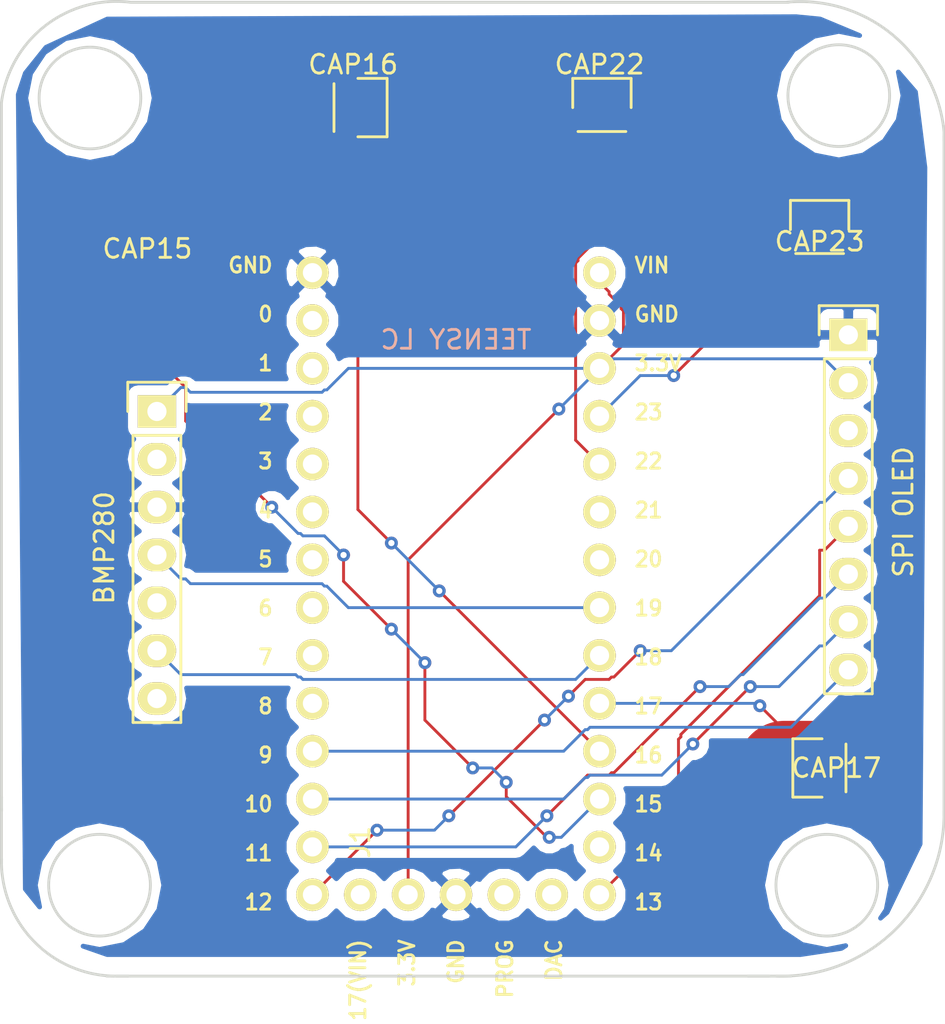
<source format=kicad_pcb>
(kicad_pcb (version 4) (host pcbnew 4.0.2-1.fc23-product)

  (general
    (links 20)
    (no_connects 0)
    (area 78.663676 58.170559 178.510001 123.265001)
    (thickness 1.6)
    (drawings 38)
    (tracks 147)
    (zones 0)
    (modules 8)
    (nets 34)
  )

  (page A4)
  (title_block
    (company "This design uses a KiCad DIP template created by Jenner at Wickerbox Electronics")
    (comment 1 "Released under the CERN Open Hardware License v1.2")
  )

  (layers
    (0 F.Cu signal)
    (31 B.Cu signal)
    (34 B.Paste user hide)
    (35 F.Paste user hide)
    (36 B.SilkS user)
    (37 F.SilkS user)
    (38 B.Mask user)
    (39 F.Mask user)
    (44 Edge.Cuts user)
    (46 B.CrtYd user hide)
    (47 F.CrtYd user hide)
    (48 B.Fab user hide)
    (49 F.Fab user hide)
  )

  (setup
    (last_trace_width 0.254)
    (user_trace_width 0.1524)
    (user_trace_width 0.254)
    (user_trace_width 0.3302)
    (user_trace_width 0.508)
    (user_trace_width 0.762)
    (user_trace_width 1.27)
    (trace_clearance 0.254)
    (zone_clearance 0.508)
    (zone_45_only no)
    (trace_min 0.1524)
    (segment_width 0.15)
    (edge_width 0.15)
    (via_size 0.6858)
    (via_drill 0.3302)
    (via_min_size 0.6858)
    (via_min_drill 0.3302)
    (user_via 0.6858 0.3302)
    (user_via 0.762 0.4064)
    (user_via 0.8636 0.508)
    (uvia_size 0.6858)
    (uvia_drill 0.3302)
    (uvias_allowed no)
    (uvia_min_size 0)
    (uvia_min_drill 0)
    (pcb_text_width 0.1524)
    (pcb_text_size 0.762 0.762)
    (mod_edge_width 0.15)
    (mod_text_size 0.762 0.762)
    (mod_text_width 0.1524)
    (pad_size 6 5)
    (pad_drill 0)
    (pad_to_mask_clearance 0.0762)
    (solder_mask_min_width 0.1016)
    (aux_axis_origin 0 0)
    (visible_elements FFFFFF7F)
    (pcbplotparams
      (layerselection 0x010fc_80000001)
      (usegerberextensions true)
      (excludeedgelayer true)
      (linewidth 0.100000)
      (plotframeref false)
      (viasonmask false)
      (mode 1)
      (useauxorigin false)
      (hpglpennumber 1)
      (hpglpenspeed 20)
      (hpglpendiameter 15)
      (hpglpenoverlay 2)
      (psnegative false)
      (psa4output false)
      (plotreference true)
      (plotvalue true)
      (plotinvisibletext false)
      (padsonsilk false)
      (subtractmaskfromsilk false)
      (outputformat 1)
      (mirror false)
      (drillshape 0)
      (scaleselection 1)
      (outputdirectory test-board-gerbers))
  )

  (net 0 "")
  (net 1 GND)
  (net 2 /D15)
  (net 3 /D0)
  (net 4 /D1)
  (net 5 /D2)
  (net 6 /D3)
  (net 7 /D4)
  (net 8 /D5)
  (net 9 /D6)
  (net 10 /D7)
  (net 11 /D8)
  (net 12 OLED_DATA)
  (net 13 OLED_CLK)
  (net 14 OLED_DC)
  (net 15 OLED_CS)
  (net 16 "/D17(VIN)")
  (net 17 VIN)
  (net 18 /PROG)
  (net 19 /DAC)
  (net 20 OLED_RST)
  (net 21 /D16)
  (net 22 BMP280_SDI)
  (net 23 /D17)
  (net 24 /D22)
  (net 25 /D21)
  (net 26 /D20)
  (net 27 BMP280_SCK)
  (net 28 /D23)
  (net 29 "Net-(J1-Pad14)")
  (net 30 "Net-(J6-Pad2)")
  (net 31 "Net-(J6-Pad5)")
  (net 32 "Net-(J6-Pad7)")
  (net 33 "Net-(J7-Pad3)")

  (net_class Default "This is the default net class."
    (clearance 0.254)
    (trace_width 0.254)
    (via_dia 0.6858)
    (via_drill 0.3302)
    (uvia_dia 0.6858)
    (uvia_drill 0.3302)
    (add_net /D0)
    (add_net /D1)
    (add_net /D15)
    (add_net /D16)
    (add_net /D17)
    (add_net "/D17(VIN)")
    (add_net /D2)
    (add_net /D20)
    (add_net /D21)
    (add_net /D22)
    (add_net /D23)
    (add_net /D3)
    (add_net /D4)
    (add_net /D5)
    (add_net /D6)
    (add_net /D7)
    (add_net /D8)
    (add_net /DAC)
    (add_net /PROG)
    (add_net BMP280_SCK)
    (add_net BMP280_SDI)
    (add_net GND)
    (add_net "Net-(J1-Pad14)")
    (add_net "Net-(J6-Pad2)")
    (add_net "Net-(J6-Pad5)")
    (add_net "Net-(J6-Pad7)")
    (add_net "Net-(J7-Pad3)")
    (add_net OLED_CLK)
    (add_net OLED_CS)
    (add_net OLED_DATA)
    (add_net OLED_DC)
    (add_net OLED_RST)
    (add_net VIN)
  )

  (module TEENSY-LC (layer F.Cu) (tedit 5737A410) (tstamp 57379F2D)
    (at 105.41 82.804)
    (path /5749FE2C)
    (fp_text reference J1 (at -7.62 20.066 270) (layer F.SilkS)
      (effects (font (size 1 1) (thickness 0.15)))
    )
    (fp_text value TEENSY-LC (at -2.54 20.32 180) (layer F.Fab)
      (effects (font (size 1 1) (thickness 0.15)))
    )
    (fp_text user "TEENSY LC" (at -2.54 -6.604 180) (layer B.SilkS)
      (effects (font (size 1 1) (thickness 0.15)) (justify mirror))
    )
    (fp_line (start -11.43 24.13) (end 6.35 24.13) (layer F.CrtYd) (width 0.1524))
    (fp_line (start -11.43 -11.43) (end -11.43 24.13) (layer F.CrtYd) (width 0.1524))
    (fp_line (start 6.35 -11.43) (end -11.43 -11.43) (layer F.CrtYd) (width 0.1524))
    (fp_line (start 6.35 24.13) (end 6.35 -11.43) (layer F.CrtYd) (width 0.1524))
    (pad G1 thru_hole circle (at -10.16 -10.16) (size 1.7272 1.7272) (drill 1.016) (layers *.Cu *.Mask F.SilkS)
      (net 1 GND))
    (pad 0 thru_hole circle (at -10.16 -7.62) (size 1.7272 1.7272) (drill 1.016) (layers *.Cu *.Mask F.SilkS)
      (net 3 /D0))
    (pad 1 thru_hole circle (at -10.16 -5.08) (size 1.7272 1.7272) (drill 1.016) (layers *.Cu *.Mask F.SilkS)
      (net 4 /D1))
    (pad 2 thru_hole circle (at -10.16 -2.54) (size 1.7272 1.7272) (drill 1.016) (layers *.Cu *.Mask F.SilkS)
      (net 5 /D2))
    (pad 3 thru_hole circle (at -10.16 0) (size 1.7272 1.7272) (drill 1.016) (layers *.Cu *.Mask F.SilkS)
      (net 6 /D3))
    (pad 4 thru_hole circle (at -10.16 2.54) (size 1.7272 1.7272) (drill 1.016) (layers *.Cu *.Mask F.SilkS)
      (net 7 /D4))
    (pad 5 thru_hole circle (at -10.16 5.08) (size 1.7272 1.7272) (drill 1.016) (layers *.Cu *.Mask F.SilkS)
      (net 8 /D5))
    (pad 6 thru_hole circle (at -10.16 7.62) (size 1.7272 1.7272) (drill 1.016) (layers *.Cu *.Mask F.SilkS)
      (net 9 /D6))
    (pad 7 thru_hole circle (at -10.16 10.16) (size 1.7272 1.7272) (drill 1.016) (layers *.Cu *.Mask F.SilkS)
      (net 10 /D7))
    (pad 8 thru_hole circle (at -10.16 12.7) (size 1.7272 1.7272) (drill 1.016) (layers *.Cu *.Mask F.SilkS)
      (net 11 /D8))
    (pad 9 thru_hole circle (at -10.16 15.24) (size 1.7272 1.7272) (drill 1.016) (layers *.Cu *.Mask F.SilkS)
      (net 12 OLED_DATA))
    (pad 10 thru_hole circle (at -10.16 17.78) (size 1.7272 1.7272) (drill 1.016) (layers *.Cu *.Mask F.SilkS)
      (net 13 OLED_CLK))
    (pad 11 thru_hole circle (at -10.16 20.32) (size 1.7272 1.7272) (drill 1.016) (layers *.Cu *.Mask F.SilkS)
      (net 14 OLED_DC))
    (pad 12 thru_hole circle (at -10.16 22.86) (size 1.7272 1.7272) (drill 1.016) (layers *.Cu *.Mask F.SilkS)
      (net 15 OLED_CS))
    (pad 17A thru_hole circle (at -7.62 22.86) (size 1.7272 1.7272) (drill 1.016) (layers *.Cu *.Mask F.SilkS)
      (net 16 "/D17(VIN)"))
    (pad 3V1 thru_hole circle (at -5.08 22.86) (size 1.7272 1.7272) (drill 1.016) (layers *.Cu *.Mask F.SilkS)
      (net 17 VIN))
    (pad G2 thru_hole circle (at -2.54 22.86) (size 1.7272 1.7272) (drill 1.016) (layers *.Cu *.Mask F.SilkS)
      (net 1 GND))
    (pad PGM thru_hole circle (at 0 22.86) (size 1.7272 1.7272) (drill 1.016) (layers *.Cu *.Mask F.SilkS)
      (net 18 /PROG))
    (pad DAC thru_hole circle (at 2.54 22.86) (size 1.7272 1.7272) (drill 1.016) (layers *.Cu *.Mask F.SilkS)
      (net 19 /DAC))
    (pad 13 thru_hole circle (at 5.08 22.86) (size 1.7272 1.7272) (drill 1.016) (layers *.Cu *.Mask F.SilkS)
      (net 20 OLED_RST))
    (pad 16 thru_hole circle (at 5.08 15.24) (size 1.7272 1.7272) (drill 1.016) (layers *.Cu *.Mask F.SilkS)
      (net 21 /D16))
    (pad 3V2 thru_hole circle (at 5.08 -5.08) (size 1.7272 1.7272) (drill 1.016) (layers *.Cu *.Mask F.SilkS)
      (net 17 VIN))
    (pad 18 thru_hole circle (at 5.08 10.16) (size 1.7272 1.7272) (drill 1.016) (layers *.Cu *.Mask F.SilkS)
      (net 22 BMP280_SDI))
    (pad 17 thru_hole circle (at 5.08 12.7) (size 1.7272 1.7272) (drill 1.016) (layers *.Cu *.Mask F.SilkS)
      (net 23 /D17))
    (pad G3 thru_hole circle (at 5.08 -7.62) (size 1.7272 1.7272) (drill 1.016) (layers *.Cu *.Mask F.SilkS)
      (net 1 GND))
    (pad 22 thru_hole circle (at 5.08 0) (size 1.7272 1.7272) (drill 1.016) (layers *.Cu *.Mask F.SilkS)
      (net 24 /D22))
    (pad VIN thru_hole circle (at 5.08 -10.16) (size 1.7272 1.7272) (drill 1.016) (layers *.Cu *.Mask F.SilkS)
      (net 17 VIN))
    (pad 21 thru_hole circle (at 5.08 2.54) (size 1.7272 1.7272) (drill 1.016) (layers *.Cu *.Mask F.SilkS)
      (net 25 /D21))
    (pad 20 thru_hole circle (at 5.08 5.08) (size 1.7272 1.7272) (drill 1.016) (layers *.Cu *.Mask F.SilkS)
      (net 26 /D20))
    (pad 19 thru_hole circle (at 5.08 7.62) (size 1.7272 1.7272) (drill 1.016) (layers *.Cu *.Mask F.SilkS)
      (net 27 BMP280_SCK))
    (pad 23 thru_hole circle (at 5.08 -2.54) (size 1.7272 1.7272) (drill 1.016) (layers *.Cu *.Mask F.SilkS)
      (net 28 /D23))
    (pad 14 thru_hole circle (at 5.08 20.32) (size 1.7272 1.7272) (drill 1.016) (layers *.Cu *.Mask F.SilkS)
      (net 29 "Net-(J1-Pad14)"))
    (pad 15 thru_hole circle (at 5.08 17.78) (size 1.7272 1.7272) (drill 1.016) (layers *.Cu *.Mask F.SilkS)
      (net 2 /D15))
  )

  (module Wickerlib:CAPSENSE_CIRCLE_D10 (layer F.Cu) (tedit 578EA6B6) (tstamp 578E9A29)
    (at 86.487 71.882)
    (path /578E86B3)
    (fp_text reference CAP15 (at 0 -0.508) (layer F.SilkS)
      (effects (font (size 1 1) (thickness 0.15)))
    )
    (fp_text value CAP15 (at 0.025 7.325) (layer F.Fab)
      (effects (font (size 1 1) (thickness 0.15)))
    )
    (pad 1 smd circle (at 0 0) (size 10.16 10.16) (layers F.Cu)
      (net 2 /D15) (clearance 0.508))
  )

  (module Wickerlib:Pin_Header_Straight_1x01 (layer F.Cu) (tedit 578EA8DE) (tstamp 578E9AF0)
    (at 122.174 70.358)
    (descr "Through hole pin header")
    (tags "pin header")
    (path /578EB682)
    (fp_text reference CAP23 (at 0 0.635) (layer F.SilkS)
      (effects (font (size 1 1) (thickness 0.15)))
    )
    (fp_text value CAP23 (at 0 -3.1) (layer F.Fab)
      (effects (font (size 1 1) (thickness 0.15)))
    )
    (fp_line (start 1.55 -1.55) (end 1.55 0) (layer F.SilkS) (width 0.15))
    (fp_line (start -1.75 -1.75) (end -1.75 1.75) (layer F.CrtYd) (width 0.05))
    (fp_line (start 1.75 -1.75) (end 1.75 1.75) (layer F.CrtYd) (width 0.05))
    (fp_line (start -1.75 -1.75) (end 1.75 -1.75) (layer F.CrtYd) (width 0.05))
    (fp_line (start -1.75 1.75) (end 1.75 1.75) (layer F.CrtYd) (width 0.05))
    (fp_line (start -1.55 0) (end -1.55 -1.55) (layer F.SilkS) (width 0.15))
    (fp_line (start -1.55 -1.55) (end 1.55 -1.55) (layer F.SilkS) (width 0.15))
    (fp_line (start -1.27 1.27) (end 1.27 1.27) (layer F.SilkS) (width 0.15))
    (pad 1 smd oval (at 0 0) (size 9 5) (layers F.Cu F.Paste F.Mask)
      (net 28 /D23))
    (model Pin_Headers.3dshapes/Pin_Header_Straight_1x01.wrl
      (at (xyz 0 0 0))
      (scale (xyz 1 1 1))
      (rotate (xyz 0 0 90))
    )
  )

  (module Wickerlib:Pin_Header_Straight_1x01 (layer F.Cu) (tedit 578EA7DD) (tstamp 578E9AF5)
    (at 110.617 63.881)
    (descr "Through hole pin header")
    (tags "pin header")
    (path /578EB60C)
    (fp_text reference CAP22 (at -0.127 -2.286) (layer F.SilkS)
      (effects (font (size 1 1) (thickness 0.15)))
    )
    (fp_text value CAP22 (at 0 -3.1) (layer F.Fab)
      (effects (font (size 1 1) (thickness 0.15)))
    )
    (fp_line (start 1.55 -1.55) (end 1.55 0) (layer F.SilkS) (width 0.15))
    (fp_line (start -1.75 -1.75) (end -1.75 1.75) (layer F.CrtYd) (width 0.05))
    (fp_line (start 1.75 -1.75) (end 1.75 1.75) (layer F.CrtYd) (width 0.05))
    (fp_line (start -1.75 -1.75) (end 1.75 -1.75) (layer F.CrtYd) (width 0.05))
    (fp_line (start -1.75 1.75) (end 1.75 1.75) (layer F.CrtYd) (width 0.05))
    (fp_line (start -1.55 0) (end -1.55 -1.55) (layer F.SilkS) (width 0.15))
    (fp_line (start -1.55 -1.55) (end 1.55 -1.55) (layer F.SilkS) (width 0.15))
    (fp_line (start -1.27 1.27) (end 1.27 1.27) (layer F.SilkS) (width 0.15))
    (pad 1 smd rect (at 0 0) (size 8 6) (layers F.Cu)
      (net 24 /D22))
    (model Pin_Headers.3dshapes/Pin_Header_Straight_1x01.wrl
      (at (xyz 0 0 0))
      (scale (xyz 1 1 1))
      (rotate (xyz 0 0 90))
    )
  )

  (module Wickerlib:Pin_Header_Straight_1x01 (layer F.Cu) (tedit 578EA8C6) (tstamp 578E9AFA)
    (at 122.301 98.933 90)
    (descr "Through hole pin header")
    (tags "pin header")
    (path /578EB32F)
    (fp_text reference CAP17 (at 0 0.762 180) (layer F.SilkS)
      (effects (font (size 1 1) (thickness 0.15)))
    )
    (fp_text value CAP17 (at 0 -3.1 90) (layer F.Fab)
      (effects (font (size 1 1) (thickness 0.15)))
    )
    (fp_line (start 1.55 -1.55) (end 1.55 0) (layer F.SilkS) (width 0.15))
    (fp_line (start -1.75 -1.75) (end -1.75 1.75) (layer F.CrtYd) (width 0.05))
    (fp_line (start 1.75 -1.75) (end 1.75 1.75) (layer F.CrtYd) (width 0.05))
    (fp_line (start -1.75 -1.75) (end 1.75 -1.75) (layer F.CrtYd) (width 0.05))
    (fp_line (start -1.75 1.75) (end 1.75 1.75) (layer F.CrtYd) (width 0.05))
    (fp_line (start -1.55 0) (end -1.55 -1.55) (layer F.SilkS) (width 0.15))
    (fp_line (start -1.55 -1.55) (end 1.55 -1.55) (layer F.SilkS) (width 0.15))
    (fp_line (start -1.27 1.27) (end 1.27 1.27) (layer F.SilkS) (width 0.15))
    (pad 1 smd oval (at 0 0 90) (size 5 9) (layers F.Cu F.Paste F.Mask)
      (net 23 /D17))
    (model Pin_Headers.3dshapes/Pin_Header_Straight_1x01.wrl
      (at (xyz 0 0 0))
      (scale (xyz 1 1 1))
      (rotate (xyz 0 0 90))
    )
  )

  (module Wickerlib:Pin_Header_Straight_1x01 (layer F.Cu) (tedit 578EA91A) (tstamp 578E9AFF)
    (at 97.663 63.881 270)
    (descr "Through hole pin header")
    (tags "pin header")
    (path /578E9189)
    (fp_text reference CAP16 (at -2.286 0.254 360) (layer F.SilkS)
      (effects (font (size 1 1) (thickness 0.15)))
    )
    (fp_text value CAP16 (at 0 -3.1 270) (layer F.Fab)
      (effects (font (size 1 1) (thickness 0.15)))
    )
    (fp_line (start 1.55 -1.55) (end 1.55 0) (layer F.SilkS) (width 0.15))
    (fp_line (start -1.75 -1.75) (end -1.75 1.75) (layer F.CrtYd) (width 0.05))
    (fp_line (start 1.75 -1.75) (end 1.75 1.75) (layer F.CrtYd) (width 0.05))
    (fp_line (start -1.75 -1.75) (end 1.75 -1.75) (layer F.CrtYd) (width 0.05))
    (fp_line (start -1.75 1.75) (end 1.75 1.75) (layer F.CrtYd) (width 0.05))
    (fp_line (start -1.55 0) (end -1.55 -1.55) (layer F.SilkS) (width 0.15))
    (fp_line (start -1.55 -1.55) (end 1.55 -1.55) (layer F.SilkS) (width 0.15))
    (fp_line (start -1.27 1.27) (end 1.27 1.27) (layer F.SilkS) (width 0.15))
    (pad 1 smd trapezoid (at 0 0 270) (size 6 5) (rect_delta 4 0 ) (layers F.Cu)
      (net 21 /D16))
    (model Pin_Headers.3dshapes/Pin_Header_Straight_1x01.wrl
      (at (xyz 0 0 0))
      (scale (xyz 1 1 1))
      (rotate (xyz 0 0 90))
    )
  )

  (module Wickerlib:Pin_Header_Straight_1x07 (layer F.Cu) (tedit 578EA606) (tstamp 578E9B0A)
    (at 86.995 80.01)
    (descr "Through hole pin header")
    (tags "pin header")
    (path /578E9735)
    (fp_text reference BMP280 (at -2.794 7.239 270) (layer F.SilkS)
      (effects (font (size 1 1) (thickness 0.15)))
    )
    (fp_text value I2C_BMP280 (at 0 -3.1) (layer F.Fab)
      (effects (font (size 1 1) (thickness 0.15)))
    )
    (fp_line (start -1.75 -1.75) (end -1.75 17) (layer F.CrtYd) (width 0.05))
    (fp_line (start 1.75 -1.75) (end 1.75 17) (layer F.CrtYd) (width 0.05))
    (fp_line (start -1.75 -1.75) (end 1.75 -1.75) (layer F.CrtYd) (width 0.05))
    (fp_line (start -1.75 17) (end 1.75 17) (layer F.CrtYd) (width 0.05))
    (fp_line (start 1.27 1.27) (end 1.27 16.51) (layer F.SilkS) (width 0.15))
    (fp_line (start 1.27 16.51) (end -1.27 16.51) (layer F.SilkS) (width 0.15))
    (fp_line (start -1.27 16.51) (end -1.27 1.27) (layer F.SilkS) (width 0.15))
    (fp_line (start 1.55 -1.55) (end 1.55 0) (layer F.SilkS) (width 0.15))
    (fp_line (start 1.27 1.27) (end -1.27 1.27) (layer F.SilkS) (width 0.15))
    (fp_line (start -1.55 0) (end -1.55 -1.55) (layer F.SilkS) (width 0.15))
    (fp_line (start -1.55 -1.55) (end 1.55 -1.55) (layer F.SilkS) (width 0.15))
    (pad 1 thru_hole rect (at 0 0) (size 2.032 1.7272) (drill 1.016) (layers *.Cu *.Mask F.SilkS)
      (net 17 VIN))
    (pad 2 thru_hole oval (at 0 2.54) (size 2.032 1.7272) (drill 1.016) (layers *.Cu *.Mask F.SilkS)
      (net 30 "Net-(J6-Pad2)"))
    (pad 3 thru_hole oval (at 0 5.08) (size 2.032 1.7272) (drill 1.016) (layers *.Cu *.Mask F.SilkS)
      (net 1 GND))
    (pad 4 thru_hole oval (at 0 7.62) (size 2.032 1.7272) (drill 1.016) (layers *.Cu *.Mask F.SilkS)
      (net 27 BMP280_SCK))
    (pad 5 thru_hole oval (at 0 10.16) (size 2.032 1.7272) (drill 1.016) (layers *.Cu *.Mask F.SilkS)
      (net 31 "Net-(J6-Pad5)"))
    (pad 6 thru_hole oval (at 0 12.7) (size 2.032 1.7272) (drill 1.016) (layers *.Cu *.Mask F.SilkS)
      (net 22 BMP280_SDI))
    (pad 7 thru_hole oval (at 0 15.24) (size 2.032 1.7272) (drill 1.016) (layers *.Cu *.Mask F.SilkS)
      (net 32 "Net-(J6-Pad7)"))
    (model Pin_Headers.3dshapes/Pin_Header_Straight_1x07.wrl
      (at (xyz 0 -0.3 0))
      (scale (xyz 1 1 1))
      (rotate (xyz 0 0 90))
    )
  )

  (module Wickerlib:Pin_Header_Straight_1x08 (layer F.Cu) (tedit 578EA602) (tstamp 578E9B16)
    (at 123.698 75.946)
    (descr "Through hole pin header")
    (tags "pin header")
    (path /578EA8DF)
    (fp_text reference "SPI OLED" (at 2.921 9.398 90) (layer F.SilkS)
      (effects (font (size 1 1) (thickness 0.15)))
    )
    (fp_text value SPI_OLED_128x64 (at 0 -3.1) (layer F.Fab)
      (effects (font (size 1 1) (thickness 0.15)))
    )
    (fp_line (start -1.75 -1.75) (end -1.75 19.55) (layer F.CrtYd) (width 0.05))
    (fp_line (start 1.75 -1.75) (end 1.75 19.55) (layer F.CrtYd) (width 0.05))
    (fp_line (start -1.75 -1.75) (end 1.75 -1.75) (layer F.CrtYd) (width 0.05))
    (fp_line (start -1.75 19.55) (end 1.75 19.55) (layer F.CrtYd) (width 0.05))
    (fp_line (start 1.27 1.27) (end 1.27 19.05) (layer F.SilkS) (width 0.15))
    (fp_line (start 1.27 19.05) (end -1.27 19.05) (layer F.SilkS) (width 0.15))
    (fp_line (start -1.27 19.05) (end -1.27 1.27) (layer F.SilkS) (width 0.15))
    (fp_line (start 1.55 -1.55) (end 1.55 0) (layer F.SilkS) (width 0.15))
    (fp_line (start 1.27 1.27) (end -1.27 1.27) (layer F.SilkS) (width 0.15))
    (fp_line (start -1.55 0) (end -1.55 -1.55) (layer F.SilkS) (width 0.15))
    (fp_line (start -1.55 -1.55) (end 1.55 -1.55) (layer F.SilkS) (width 0.15))
    (pad 1 thru_hole rect (at 0 0) (size 2.032 1.7272) (drill 1.016) (layers *.Cu *.Mask F.SilkS)
      (net 1 GND))
    (pad 2 thru_hole oval (at 0 2.54) (size 2.032 1.7272) (drill 1.016) (layers *.Cu *.Mask F.SilkS)
      (net 17 VIN))
    (pad 3 thru_hole oval (at 0 5.08) (size 2.032 1.7272) (drill 1.016) (layers *.Cu *.Mask F.SilkS)
      (net 33 "Net-(J7-Pad3)"))
    (pad 4 thru_hole oval (at 0 7.62) (size 2.032 1.7272) (drill 1.016) (layers *.Cu *.Mask F.SilkS)
      (net 15 OLED_CS))
    (pad 5 thru_hole oval (at 0 10.16) (size 2.032 1.7272) (drill 1.016) (layers *.Cu *.Mask F.SilkS)
      (net 20 OLED_RST))
    (pad 6 thru_hole oval (at 0 12.7) (size 2.032 1.7272) (drill 1.016) (layers *.Cu *.Mask F.SilkS)
      (net 14 OLED_DC))
    (pad 7 thru_hole oval (at 0 15.24) (size 2.032 1.7272) (drill 1.016) (layers *.Cu *.Mask F.SilkS)
      (net 13 OLED_CLK))
    (pad 8 thru_hole oval (at 0 17.78) (size 2.032 1.7272) (drill 1.016) (layers *.Cu *.Mask F.SilkS)
      (net 12 OLED_DATA))
    (model Pin_Headers.3dshapes/Pin_Header_Straight_1x08.wrl
      (at (xyz 0 -0.35 0))
      (scale (xyz 1 1 1))
      (rotate (xyz 0 0 90))
    )
  )

  (gr_circle (center 122.555 105.156) (end 124.333 107.188) (layer Edge.Cuts) (width 0.15) (tstamp 578EA680))
  (gr_circle (center 123.19 63.246) (end 124.968 65.278) (layer Edge.Cuts) (width 0.15) (tstamp 578EA4EF))
  (gr_circle (center 83.439 63.373) (end 85.217 65.405) (layer Edge.Cuts) (width 0.15) (tstamp 578EA496))
  (gr_circle (center 83.947 105.156) (end 85.725 107.188) (layer Edge.Cuts) (width 0.15))
  (gr_line (start 128.778 101.219) (end 128.778 101.854) (angle 90) (layer Edge.Cuts) (width 0.15))
  (gr_line (start 128.778 64.897) (end 128.778 65.659) (angle 90) (layer Edge.Cuts) (width 0.15))
  (gr_line (start 78.74 101.092) (end 78.74 104.013) (angle 90) (layer Edge.Cuts) (width 0.15))
  (gr_line (start 84.328 109.982) (end 85.471 109.982) (angle 90) (layer Edge.Cuts) (width 0.15))
  (gr_line (start 118.364 109.982) (end 120.65 109.982) (angle 90) (layer Edge.Cuts) (width 0.15))
  (gr_line (start 119.507 109.982) (end 84.836 109.982) (angle 90) (layer Edge.Cuts) (width 0.15))
  (gr_arc (start 84.836 103.886) (end 84.709 109.982) (angle 90) (layer Edge.Cuts) (width 0.15))
  (gr_arc (start 120.142 101.346) (end 128.778 101.6) (angle 90) (layer Edge.Cuts) (width 0.15))
  (gr_line (start 78.74 101.219) (end 78.74 100.457) (angle 90) (layer Edge.Cuts) (width 0.15))
  (gr_line (start 78.74 63.627) (end 78.74 101.219) (angle 90) (layer Edge.Cuts) (width 0.15))
  (gr_line (start 128.778 65.405) (end 128.778 101.473) (angle 90) (layer Edge.Cuts) (width 0.15))
  (gr_line (start 85.598 58.293) (end 120.523 58.293) (angle 90) (layer Edge.Cuts) (width 0.15))
  (gr_arc (start 121.158 65.913) (end 120.396 58.293) (angle 90) (layer Edge.Cuts) (width 0.15))
  (gr_arc (start 84.836 64.389) (end 78.74 63.627) (angle 90) (layer Edge.Cuts) (width 0.15))
  (gr_text "VIN\n\nGND\n\n3.3V\n\n23\n\n22\n\n21\n\n20\n\n19\n\n18\n\n17\n\n16\n\n15\n\n14\n\n13\n" (at 112.268 89.154) (layer F.SilkS)
    (effects (font (size 0.80772 0.762) (thickness 0.1524)) (justify left))
  )
  (gr_text "GND\n\n0\n\n1\n\n2\n\n3\n\n4\n\n5\n\n6\n\n7\n\n8\n\n9\n\n10\n\n11\n\n12" (at 93.218 89.154) (layer F.SilkS) (tstamp 5737A2C9)
    (effects (font (size 0.80772 0.762) (thickness 0.1524)) (justify right))
  )
  (gr_text "17(VIN)\n\n3.3V\n\nGND\n\nPROG\n\nDAC" (at 102.87 107.95 90) (layer F.SilkS) (tstamp 5737A2FF)
    (effects (font (size 0.80772 0.762) (thickness 0.1524)) (justify right))
  )
  (gr_circle (center 117.348 76.962) (end 118.618 76.962) (layer Dwgs.User) (width 0.15))
  (gr_line (start 114.427 78.994) (end 114.427 74.93) (angle 90) (layer Dwgs.User) (width 0.15))
  (gr_line (start 120.269 78.994) (end 114.427 78.994) (angle 90) (layer Dwgs.User) (width 0.15))
  (gr_line (start 120.269 74.93) (end 120.269 78.994) (angle 90) (layer Dwgs.User) (width 0.15))
  (gr_line (start 114.427 74.93) (end 120.269 74.93) (angle 90) (layer Dwgs.User) (width 0.15))
  (gr_line (start 120.523 93.98) (end 104.648 93.98) (angle 90) (layer Dwgs.User) (width 0.15))
  (gr_line (start 173.355 102.235) (end 173.355 94.615) (angle 90) (layer Dwgs.User) (width 0.15))
  (gr_line (start 178.435 102.235) (end 173.355 102.235) (angle 90) (layer Dwgs.User) (width 0.15))
  (gr_line (start 178.435 94.615) (end 178.435 102.235) (angle 90) (layer Dwgs.User) (width 0.15))
  (gr_line (start 173.355 94.615) (end 178.435 94.615) (angle 90) (layer Dwgs.User) (width 0.15))
  (gr_line (start 109.093 123.19) (end 109.093 114.3) (angle 90) (layer Dwgs.User) (width 0.15))
  (gr_line (start 122.428 123.19) (end 109.093 123.19) (angle 90) (layer Dwgs.User) (width 0.15))
  (gr_line (start 122.428 114.3) (end 122.428 123.19) (angle 90) (layer Dwgs.User) (width 0.15))
  (gr_line (start 109.093 114.3) (end 122.428 114.3) (angle 90) (layer Dwgs.User) (width 0.15))
  (gr_line (start 104.648 93.98) (end 104.648 82.55) (angle 90) (layer Dwgs.User) (width 0.15))
  (gr_line (start 120.523 82.55) (end 120.523 93.98) (angle 90) (layer Dwgs.User) (width 0.15))
  (gr_line (start 104.648 82.55) (end 120.523 82.55) (angle 90) (layer Dwgs.User) (width 0.15))

  (segment (start 110.49 100.584) (end 108.458 102.616) (width 0.1524) (layer B.Cu) (net 2) (status 80000))
  (segment (start 108.458 102.616) (end 107.823 102.616) (width 0.1524) (layer B.Cu) (net 2) (status 80000))
  (via (at 107.823 102.616) (size 0.6858) (layers F.Cu B.Cu) (net 2) (status 80000))
  (segment (start 107.823 102.616) (end 107.696 102.616) (width 0.1524) (layer F.Cu) (net 2) (status 80000))
  (segment (start 107.696 102.616) (end 105.537 100.457) (width 0.1524) (layer F.Cu) (net 2) (status 80000))
  (segment (start 105.537 100.457) (end 105.537 99.695) (width 0.1524) (layer F.Cu) (net 2) (status 80000))
  (via (at 105.537 99.695) (size 0.6858) (layers F.Cu B.Cu) (net 2) (status 80000))
  (segment (start 105.537 99.695) (end 104.775 98.933) (width 0.1524) (layer B.Cu) (net 2) (status 80000))
  (segment (start 104.775 98.933) (end 103.759 98.933) (width 0.1524) (layer B.Cu) (net 2) (status 80000))
  (via (at 103.759 98.933) (size 0.6858) (layers F.Cu B.Cu) (net 2) (status 80000))
  (segment (start 103.759 98.933) (end 101.219 96.393) (width 0.1524) (layer F.Cu) (net 2) (status 80000))
  (segment (start 101.219 96.393) (end 101.219 93.345) (width 0.1524) (layer F.Cu) (net 2) (status 80000))
  (via (at 101.219 93.345) (size 0.6858) (layers F.Cu B.Cu) (net 2) (status 80000))
  (segment (start 101.219 93.345) (end 99.441 91.567) (width 0.1524) (layer B.Cu) (net 2) (status 80000))
  (via (at 99.441 91.567) (size 0.6858) (layers F.Cu B.Cu) (net 2) (status 80000))
  (segment (start 99.441 91.567) (end 96.901 89.027) (width 0.1524) (layer F.Cu) (net 2) (status 80000))
  (segment (start 96.901 89.027) (end 96.901 87.63) (width 0.1524) (layer F.Cu) (net 2) (status 80000))
  (via (at 96.901 87.63) (size 0.6858) (layers F.Cu B.Cu) (net 2) (status 80000))
  (segment (start 96.901 87.63) (end 95.885 86.614) (width 0.1524) (layer B.Cu) (net 2) (status 80000))
  (segment (start 95.885 86.614) (end 94.742 86.614) (width 0.1524) (layer B.Cu) (net 2) (status 80000))
  (segment (start 94.742 86.614) (end 94.615 86.487) (width 0.1524) (layer B.Cu) (net 2) (status 80000))
  (segment (start 94.615 86.487) (end 94.488 86.487) (width 0.1524) (layer B.Cu) (net 2) (status 80000))
  (segment (start 94.488 86.487) (end 93.091 85.09) (width 0.1524) (layer B.Cu) (net 2) (status 80000))
  (via (at 93.091 85.09) (size 0.6858) (layers F.Cu B.Cu) (net 2) (status 80000))
  (segment (start 93.091 85.09) (end 88.519 80.518) (width 0.1524) (layer F.Cu) (net 2) (status 80000))
  (segment (start 88.519 80.518) (end 88.519 78.74) (width 0.1524) (layer F.Cu) (net 2) (status 80000))
  (segment (start 88.519 78.74) (end 86.487 76.708) (width 0.1524) (layer F.Cu) (net 2) (status 80000))
  (segment (start 86.487 76.708) (end 86.487 71.882) (width 0.1524) (layer F.Cu) (net 2) (status 80000))
  (segment (start 123.698 93.726) (end 120.65 96.774) (width 0.1524) (layer B.Cu) (net 12) (status 80000))
  (segment (start 120.65 96.774) (end 109.982 96.774) (width 0.1524) (layer B.Cu) (net 12) (status 80000))
  (segment (start 109.982 96.774) (end 109.855 96.901) (width 0.1524) (layer B.Cu) (net 12) (status 80000))
  (segment (start 109.855 96.901) (end 109.728 96.901) (width 0.1524) (layer B.Cu) (net 12) (status 80000))
  (segment (start 109.728 96.901) (end 108.585 98.044) (width 0.1524) (layer B.Cu) (net 12) (status 80000))
  (segment (start 108.585 98.044) (end 95.25 98.044) (width 0.1524) (layer B.Cu) (net 12) (status 80000))
  (segment (start 123.698 91.186) (end 122.428 92.456) (width 0.1524) (layer B.Cu) (net 13) (status 80000))
  (segment (start 122.428 92.456) (end 122.174 92.456) (width 0.1524) (layer B.Cu) (net 13) (status 80000))
  (segment (start 122.174 92.456) (end 120.015 94.615) (width 0.1524) (layer B.Cu) (net 13) (status 80000))
  (segment (start 120.015 94.615) (end 118.491 94.615) (width 0.1524) (layer B.Cu) (net 13) (status 80000))
  (via (at 118.491 94.615) (size 0.6858) (layers F.Cu B.Cu) (net 13) (status 80000))
  (segment (start 118.491 94.615) (end 115.443 97.663) (width 0.1524) (layer F.Cu) (net 13) (status 80000))
  (via (at 115.443 97.663) (size 0.6858) (layers F.Cu B.Cu) (net 13) (status 80000))
  (segment (start 115.443 97.663) (end 113.792 99.314) (width 0.1524) (layer B.Cu) (net 13) (status 80000))
  (segment (start 113.792 99.314) (end 109.982 99.314) (width 0.1524) (layer B.Cu) (net 13) (status 80000))
  (segment (start 109.982 99.314) (end 109.855 99.441) (width 0.1524) (layer B.Cu) (net 13) (status 80000))
  (segment (start 109.855 99.441) (end 109.728 99.441) (width 0.1524) (layer B.Cu) (net 13) (status 80000))
  (segment (start 109.728 99.441) (end 108.585 100.584) (width 0.1524) (layer B.Cu) (net 13) (status 80000))
  (segment (start 108.585 100.584) (end 95.25 100.584) (width 0.1524) (layer B.Cu) (net 13) (status 80000))
  (segment (start 123.698 88.646) (end 122.428 89.916) (width 0.1524) (layer B.Cu) (net 14) (status 80000))
  (segment (start 122.428 89.916) (end 122.174 89.916) (width 0.1524) (layer B.Cu) (net 14) (status 80000))
  (segment (start 122.174 89.916) (end 118.11 93.98) (width 0.1524) (layer B.Cu) (net 14) (status 80000))
  (segment (start 118.11 93.98) (end 117.983 93.98) (width 0.1524) (layer B.Cu) (net 14) (status 80000))
  (segment (start 117.983 93.98) (end 117.348 94.615) (width 0.1524) (layer B.Cu) (net 14) (status 80000))
  (segment (start 117.348 94.615) (end 115.824 94.615) (width 0.1524) (layer B.Cu) (net 14) (status 80000))
  (via (at 115.824 94.615) (size 0.6858) (layers F.Cu B.Cu) (net 14) (status 80000))
  (segment (start 115.824 94.615) (end 111.252 99.187) (width 0.1524) (layer F.Cu) (net 14) (status 80000))
  (segment (start 111.252 99.187) (end 111.125 99.187) (width 0.1524) (layer F.Cu) (net 14) (status 80000))
  (segment (start 111.125 99.187) (end 110.998 99.314) (width 0.1524) (layer F.Cu) (net 14) (status 80000))
  (segment (start 110.998 99.314) (end 109.855 99.314) (width 0.1524) (layer F.Cu) (net 14) (status 80000))
  (segment (start 109.855 99.314) (end 107.696 101.473) (width 0.1524) (layer F.Cu) (net 14) (status 80000))
  (via (at 107.696 101.473) (size 0.6858) (layers F.Cu B.Cu) (net 14) (status 80000))
  (segment (start 107.696 101.473) (end 106.045 103.124) (width 0.1524) (layer B.Cu) (net 14) (status 80000))
  (segment (start 106.045 103.124) (end 95.25 103.124) (width 0.1524) (layer B.Cu) (net 14) (status 80000))
  (segment (start 123.698 83.566) (end 122.428 84.836) (width 0.1524) (layer B.Cu) (net 15) (status 80000))
  (segment (start 122.428 84.836) (end 122.174 84.836) (width 0.1524) (layer B.Cu) (net 15) (status 80000))
  (segment (start 122.174 84.836) (end 114.3 92.71) (width 0.1524) (layer B.Cu) (net 15) (status 80000))
  (segment (start 114.3 92.71) (end 112.649 92.71) (width 0.1524) (layer B.Cu) (net 15) (status 80000))
  (via (at 112.649 92.71) (size 0.6858) (layers F.Cu B.Cu) (net 15) (status 80000))
  (segment (start 112.649 92.71) (end 111.252 94.107) (width 0.1524) (layer F.Cu) (net 15) (status 80000))
  (segment (start 111.252 94.107) (end 111.125 94.107) (width 0.1524) (layer F.Cu) (net 15) (status 80000))
  (segment (start 111.125 94.107) (end 110.998 94.234) (width 0.1524) (layer F.Cu) (net 15) (status 80000))
  (segment (start 110.998 94.234) (end 109.728 94.234) (width 0.1524) (layer F.Cu) (net 15) (status 80000))
  (segment (start 109.728 94.234) (end 108.839 95.123) (width 0.1524) (layer F.Cu) (net 15) (status 80000))
  (via (at 108.839 95.123) (size 0.6858) (layers F.Cu B.Cu) (net 15) (status 80000))
  (segment (start 108.839 95.123) (end 107.569 96.393) (width 0.1524) (layer B.Cu) (net 15) (status 80000))
  (via (at 107.569 96.393) (size 0.6858) (layers F.Cu B.Cu) (net 15) (status 80000))
  (segment (start 107.569 96.393) (end 102.489 101.473) (width 0.1524) (layer F.Cu) (net 15) (status 80000))
  (via (at 102.489 101.473) (size 0.6858) (layers F.Cu B.Cu) (net 15) (status 80000))
  (segment (start 102.489 101.473) (end 101.727 102.235) (width 0.1524) (layer B.Cu) (net 15) (status 80000))
  (segment (start 101.727 102.235) (end 98.679 102.235) (width 0.1524) (layer B.Cu) (net 15) (status 80000))
  (via (at 98.679 102.235) (size 0.6858) (layers F.Cu B.Cu) (net 15) (status 80000))
  (segment (start 98.679 102.235) (end 95.25 105.664) (width 0.1524) (layer F.Cu) (net 15) (status 80000))
  (segment (start 110.49 77.724) (end 108.331 79.883) (width 0.1524) (layer B.Cu) (net 17) (status 80000))
  (via (at 108.331 79.883) (size 0.6858) (layers F.Cu B.Cu) (net 17) (status 80000))
  (segment (start 108.331 79.883) (end 100.33 87.884) (width 0.1524) (layer F.Cu) (net 17) (status 80000))
  (segment (start 100.33 87.884) (end 100.33 105.664) (width 0.1524) (layer F.Cu) (net 17) (status 80000))
  (segment (start 86.995 80.01) (end 88.265 78.74) (width 0.1524) (layer B.Cu) (net 17) (status 80000))
  (segment (start 88.265 78.74) (end 88.519 78.74) (width 0.1524) (layer B.Cu) (net 17) (status 80000))
  (segment (start 88.519 78.74) (end 88.773 78.994) (width 0.1524) (layer B.Cu) (net 17) (status 80000))
  (segment (start 88.773 78.994) (end 95.758 78.994) (width 0.1524) (layer B.Cu) (net 17) (status 80000))
  (segment (start 95.758 78.994) (end 95.885 78.867) (width 0.1524) (layer B.Cu) (net 17) (status 80000))
  (segment (start 95.885 78.867) (end 96.012 78.867) (width 0.1524) (layer B.Cu) (net 17) (status 80000))
  (segment (start 96.012 78.867) (end 97.155 77.724) (width 0.1524) (layer B.Cu) (net 17) (status 80000))
  (segment (start 97.155 77.724) (end 110.49 77.724) (width 0.1524) (layer B.Cu) (net 17) (status 80000))
  (segment (start 110.49 77.724) (end 110.998 77.216) (width 0.1524) (layer B.Cu) (net 17) (status 80000))
  (segment (start 110.998 77.216) (end 122.428 77.216) (width 0.1524) (layer B.Cu) (net 17) (status 80000))
  (segment (start 122.428 77.216) (end 123.698 78.486) (width 0.1524) (layer B.Cu) (net 17) (status 80000))
  (segment (start 110.49 77.724) (end 111.76 76.454) (width 0.1524) (layer F.Cu) (net 17) (status 80000))
  (segment (start 111.76 76.454) (end 111.76 74.676) (width 0.1524) (layer F.Cu) (net 17) (status 80000))
  (segment (start 111.76 74.676) (end 111.633 74.549) (width 0.1524) (layer F.Cu) (net 17) (status 80000))
  (segment (start 111.633 74.549) (end 111.633 74.422) (width 0.1524) (layer F.Cu) (net 17) (status 80000))
  (segment (start 111.633 74.422) (end 110.998 73.787) (width 0.1524) (layer F.Cu) (net 17) (status 80000))
  (segment (start 110.998 73.787) (end 110.998 73.66) (width 0.1524) (layer F.Cu) (net 17) (status 80000))
  (segment (start 110.998 73.66) (end 110.49 73.152) (width 0.1524) (layer F.Cu) (net 17) (status 80000))
  (segment (start 110.49 73.152) (end 110.49 72.644) (width 0.1524) (layer F.Cu) (net 17) (status 80000))
  (segment (start 110.49 105.664) (end 114.681 101.473) (width 0.1524) (layer F.Cu) (net 20) (status 80000))
  (segment (start 114.681 101.473) (end 114.681 97.409) (width 0.1524) (layer F.Cu) (net 20) (status 80000))
  (segment (start 114.681 97.409) (end 114.808 97.282) (width 0.1524) (layer F.Cu) (net 20) (status 80000))
  (segment (start 114.808 97.282) (end 114.808 97.155) (width 0.1524) (layer F.Cu) (net 20) (status 80000))
  (segment (start 114.808 97.155) (end 122.174 89.789) (width 0.1524) (layer F.Cu) (net 20) (status 80000))
  (segment (start 122.174 89.789) (end 122.174 87.376) (width 0.1524) (layer F.Cu) (net 20) (status 80000))
  (segment (start 122.174 87.376) (end 122.428 87.376) (width 0.1524) (layer F.Cu) (net 20) (status 80000))
  (segment (start 122.428 87.376) (end 123.698 86.106) (width 0.1524) (layer F.Cu) (net 20) (status 80000))
  (segment (start 110.49 98.044) (end 101.981 89.535) (width 0.1524) (layer F.Cu) (net 21) (status 80000))
  (via (at 101.981 89.535) (size 0.6858) (layers F.Cu B.Cu) (net 21) (status 80000))
  (segment (start 101.981 89.535) (end 99.441 86.995) (width 0.1524) (layer B.Cu) (net 21) (status 80000))
  (via (at 99.441 86.995) (size 0.6858) (layers F.Cu B.Cu) (net 21) (status 80000))
  (segment (start 99.441 86.995) (end 97.663 85.217) (width 0.1524) (layer F.Cu) (net 21) (status 80000))
  (segment (start 97.663 85.217) (end 97.663 63.881) (width 0.1524) (layer F.Cu) (net 21) (status 80000))
  (segment (start 110.49 92.964) (end 109.22 94.234) (width 0.1524) (layer B.Cu) (net 22) (status 80000))
  (segment (start 109.22 94.234) (end 94.742 94.234) (width 0.1524) (layer B.Cu) (net 22) (status 80000))
  (segment (start 94.742 94.234) (end 94.615 94.107) (width 0.1524) (layer B.Cu) (net 22) (status 80000))
  (segment (start 94.615 94.107) (end 94.488 94.107) (width 0.1524) (layer B.Cu) (net 22) (status 80000))
  (segment (start 94.488 94.107) (end 94.361 93.98) (width 0.1524) (layer B.Cu) (net 22) (status 80000))
  (segment (start 94.361 93.98) (end 88.265 93.98) (width 0.1524) (layer B.Cu) (net 22) (status 80000))
  (segment (start 88.265 93.98) (end 86.995 92.71) (width 0.1524) (layer B.Cu) (net 22) (status 80000))
  (segment (start 122.301 98.933) (end 118.999 95.631) (width 0.1524) (layer F.Cu) (net 23) (status 80000))
  (via (at 118.999 95.631) (size 0.6858) (layers F.Cu B.Cu) (net 23) (status 80000))
  (segment (start 118.999 95.631) (end 118.872 95.504) (width 0.1524) (layer B.Cu) (net 23) (status 80000))
  (segment (start 118.872 95.504) (end 110.49 95.504) (width 0.1524) (layer B.Cu) (net 23) (status 80000))
  (segment (start 110.49 82.804) (end 109.22 81.534) (width 0.1524) (layer F.Cu) (net 24) (status 80000))
  (segment (start 109.22 81.534) (end 109.22 72.136) (width 0.1524) (layer F.Cu) (net 24) (status 80000))
  (segment (start 109.22 72.136) (end 109.347 72.009) (width 0.1524) (layer F.Cu) (net 24) (status 80000))
  (segment (start 109.347 72.009) (end 109.347 71.882) (width 0.1524) (layer F.Cu) (net 24) (status 80000))
  (segment (start 109.347 71.882) (end 110.617 70.612) (width 0.1524) (layer F.Cu) (net 24) (status 80000))
  (segment (start 110.617 70.612) (end 110.617 63.881) (width 0.1524) (layer F.Cu) (net 24) (status 80000))
  (segment (start 86.995 87.63) (end 88.265 88.9) (width 0.1524) (layer B.Cu) (net 27) (status 80000))
  (segment (start 88.265 88.9) (end 88.519 88.9) (width 0.1524) (layer B.Cu) (net 27) (status 80000))
  (segment (start 88.519 88.9) (end 88.773 89.154) (width 0.1524) (layer B.Cu) (net 27) (status 80000))
  (segment (start 88.773 89.154) (end 95.758 89.154) (width 0.1524) (layer B.Cu) (net 27) (status 80000))
  (segment (start 95.758 89.154) (end 95.885 89.281) (width 0.1524) (layer B.Cu) (net 27) (status 80000))
  (segment (start 95.885 89.281) (end 96.012 89.281) (width 0.1524) (layer B.Cu) (net 27) (status 80000))
  (segment (start 96.012 89.281) (end 97.155 90.424) (width 0.1524) (layer B.Cu) (net 27) (status 80000))
  (segment (start 97.155 90.424) (end 110.49 90.424) (width 0.1524) (layer B.Cu) (net 27) (status 80000))
  (segment (start 110.49 80.264) (end 112.649 78.105) (width 0.1524) (layer B.Cu) (net 28) (status 80000))
  (segment (start 112.649 78.105) (end 114.427 78.105) (width 0.1524) (layer B.Cu) (net 28) (status 80000))
  (via (at 114.427 78.105) (size 0.6858) (layers F.Cu B.Cu) (net 28) (status 80000))
  (segment (start 114.427 78.105) (end 122.174 70.358) (width 0.1524) (layer F.Cu) (net 28) (status 80000))

  (zone (net 1) (net_name GND) (layer B.Cu) (tstamp 578E9F3E) (hatch edge 0.508)
    (connect_pads (clearance 0.508))
    (min_thickness 0.254)
    (fill yes (arc_segments 16) (thermal_gap 0.508) (thermal_bridge_width 0.508))
    (polygon
      (pts
        (xy 124.968 60.198) (xy 127.381 62.992) (xy 127.889 67.056) (xy 127.635 102.997) (xy 125.857 106.68)
        (xy 123.698 108.585) (xy 121.158 108.966) (xy 118.618 108.966) (xy 84.328 108.966) (xy 81.788 108.077)
        (xy 80.899 106.68) (xy 79.883 105.41) (xy 79.502 62.484) (xy 81.026 60.579) (xy 84.328 59.055)
        (xy 121.92 58.928) (xy 124.968 60.198)
      )
    )
    (filled_polygon
      (pts
        (xy 122.19699 59.180996) (xy 124.297636 60.056265) (xy 123.19 59.835943) (xy 121.885028 60.095518) (xy 120.778726 60.834726)
        (xy 120.039518 61.941028) (xy 119.779943 63.246) (xy 120.039518 64.550972) (xy 120.778726 65.657274) (xy 121.885028 66.396482)
        (xy 123.19 66.656057) (xy 124.494972 66.396482) (xy 125.601274 65.657274) (xy 126.340482 64.550972) (xy 126.600057 63.246)
        (xy 126.350939 61.993601) (xy 127.259751 63.045909) (xy 127.761944 67.063456) (xy 127.508205 102.967525) (xy 125.753766 106.601719)
        (xy 125.406987 106.9077) (xy 125.705482 106.460972) (xy 125.965057 105.156) (xy 125.705482 103.851028) (xy 124.966274 102.744726)
        (xy 123.859972 102.005518) (xy 122.555 101.745943) (xy 121.250028 102.005518) (xy 120.143726 102.744726) (xy 119.404518 103.851028)
        (xy 119.144943 105.156) (xy 119.404518 106.460972) (xy 120.143726 107.567274) (xy 121.250028 108.306482) (xy 122.555 108.566057)
        (xy 123.559935 108.366163) (xy 123.326701 108.512274) (xy 121.148528 108.839) (xy 84.349584 108.839) (xy 83.073078 108.392223)
        (xy 83.947 108.566057) (xy 85.251972 108.306482) (xy 86.358274 107.567274) (xy 87.097482 106.460972) (xy 87.357057 105.156)
        (xy 87.097482 103.851028) (xy 86.358274 102.744726) (xy 85.251972 102.005518) (xy 83.947 101.745943) (xy 82.642028 102.005518)
        (xy 81.535726 102.744726) (xy 80.796518 103.851028) (xy 80.536943 105.156) (xy 80.766769 106.311413) (xy 80.009605 105.364958)
        (xy 79.807106 82.55) (xy 85.311655 82.55) (xy 85.425729 83.123489) (xy 85.750585 83.60967) (xy 86.060069 83.816461)
        (xy 85.644268 84.187964) (xy 85.390291 84.715209) (xy 85.387642 84.730974) (xy 85.508783 84.963) (xy 86.868 84.963)
        (xy 86.868 84.943) (xy 87.122 84.943) (xy 87.122 84.963) (xy 88.481217 84.963) (xy 88.602358 84.730974)
        (xy 88.599709 84.715209) (xy 88.345732 84.187964) (xy 87.929931 83.816461) (xy 88.239415 83.60967) (xy 88.564271 83.123489)
        (xy 88.678345 82.55) (xy 88.564271 81.976511) (xy 88.239415 81.49033) (xy 88.225087 81.480757) (xy 88.246317 81.476762)
        (xy 88.462441 81.33769) (xy 88.607431 81.12549) (xy 88.65844 80.8736) (xy 88.65844 79.682413) (xy 88.773 79.7052)
        (xy 93.859374 79.7052) (xy 93.751661 79.964602) (xy 93.751141 80.560782) (xy 93.978808 81.11178) (xy 94.400003 81.53371)
        (xy 94.400931 81.534095) (xy 93.98029 81.954003) (xy 93.751661 82.504602) (xy 93.751141 83.100782) (xy 93.978808 83.65178)
        (xy 94.400003 84.07371) (xy 94.400931 84.074095) (xy 93.98029 84.494003) (xy 93.941464 84.587507) (xy 93.920507 84.536788)
        (xy 93.645659 84.26146) (xy 93.28637 84.11227) (xy 92.897337 84.111931) (xy 92.537788 84.260493) (xy 92.26246 84.535341)
        (xy 92.11327 84.89463) (xy 92.112931 85.283663) (xy 92.261493 85.643212) (xy 92.536341 85.91854) (xy 92.89563 86.06773)
        (xy 93.063088 86.067876) (xy 93.985105 86.989894) (xy 94.00869 87.005653) (xy 93.98029 87.034003) (xy 93.751661 87.584602)
        (xy 93.751141 88.180782) (xy 93.859404 88.4428) (xy 89.067588 88.4428) (xy 89.021894 88.397106) (xy 88.791165 88.242937)
        (xy 88.569667 88.198878) (xy 88.565931 88.195142) (xy 88.678345 87.63) (xy 88.564271 87.056511) (xy 88.239415 86.57033)
        (xy 87.929931 86.363539) (xy 88.345732 85.992036) (xy 88.599709 85.464791) (xy 88.602358 85.449026) (xy 88.481217 85.217)
        (xy 87.122 85.217) (xy 87.122 85.237) (xy 86.868 85.237) (xy 86.868 85.217) (xy 85.508783 85.217)
        (xy 85.387642 85.449026) (xy 85.390291 85.464791) (xy 85.644268 85.992036) (xy 86.060069 86.363539) (xy 85.750585 86.57033)
        (xy 85.425729 87.056511) (xy 85.311655 87.63) (xy 85.425729 88.203489) (xy 85.750585 88.68967) (xy 86.065366 88.9)
        (xy 85.750585 89.11033) (xy 85.425729 89.596511) (xy 85.311655 90.17) (xy 85.425729 90.743489) (xy 85.750585 91.22967)
        (xy 86.065366 91.44) (xy 85.750585 91.65033) (xy 85.425729 92.136511) (xy 85.311655 92.71) (xy 85.425729 93.283489)
        (xy 85.750585 93.76967) (xy 86.065366 93.98) (xy 85.750585 94.19033) (xy 85.425729 94.676511) (xy 85.311655 95.25)
        (xy 85.425729 95.823489) (xy 85.750585 96.30967) (xy 86.236766 96.634526) (xy 86.810255 96.7486) (xy 87.179745 96.7486)
        (xy 87.753234 96.634526) (xy 88.239415 96.30967) (xy 88.564271 95.823489) (xy 88.678345 95.25) (xy 88.567193 94.6912)
        (xy 93.964844 94.6912) (xy 93.751661 95.204602) (xy 93.751141 95.800782) (xy 93.978808 96.35178) (xy 94.400003 96.77371)
        (xy 94.400931 96.774095) (xy 93.98029 97.194003) (xy 93.751661 97.744602) (xy 93.751141 98.340782) (xy 93.978808 98.89178)
        (xy 94.400003 99.31371) (xy 94.400931 99.314095) (xy 93.98029 99.734003) (xy 93.751661 100.284602) (xy 93.751141 100.880782)
        (xy 93.978808 101.43178) (xy 94.400003 101.85371) (xy 94.400931 101.854095) (xy 93.98029 102.274003) (xy 93.751661 102.824602)
        (xy 93.751141 103.420782) (xy 93.978808 103.97178) (xy 94.400003 104.39371) (xy 94.400931 104.394095) (xy 93.98029 104.814003)
        (xy 93.751661 105.364602) (xy 93.751141 105.960782) (xy 93.978808 106.51178) (xy 94.400003 106.93371) (xy 94.950602 107.162339)
        (xy 95.546782 107.162859) (xy 96.09778 106.935192) (xy 96.51971 106.513997) (xy 96.520095 106.513069) (xy 96.940003 106.93371)
        (xy 97.490602 107.162339) (xy 98.086782 107.162859) (xy 98.63778 106.935192) (xy 99.05971 106.513997) (xy 99.060095 106.513069)
        (xy 99.480003 106.93371) (xy 100.030602 107.162339) (xy 100.626782 107.162859) (xy 101.17778 106.935192) (xy 101.395546 106.717805)
        (xy 101.9958 106.717805) (xy 102.077741 106.970516) (xy 102.63803 107.174248) (xy 103.233635 107.148058) (xy 103.662259 106.970516)
        (xy 103.7442 106.717805) (xy 102.87 105.843605) (xy 101.9958 106.717805) (xy 101.395546 106.717805) (xy 101.59971 106.513997)
        (xy 101.616541 106.473463) (xy 101.816195 106.5382) (xy 102.690395 105.664) (xy 101.816195 104.7898) (xy 101.616967 104.854399)
        (xy 101.601192 104.81622) (xy 101.395526 104.610195) (xy 101.9958 104.610195) (xy 102.87 105.484395) (xy 103.7442 104.610195)
        (xy 103.662259 104.357484) (xy 103.10197 104.153752) (xy 102.506365 104.179942) (xy 102.077741 104.357484) (xy 101.9958 104.610195)
        (xy 101.395526 104.610195) (xy 101.179997 104.39429) (xy 100.629398 104.165661) (xy 100.033218 104.165141) (xy 99.48222 104.392808)
        (xy 99.06029 104.814003) (xy 99.059905 104.814931) (xy 98.639997 104.39429) (xy 98.089398 104.165661) (xy 97.493218 104.165141)
        (xy 96.94222 104.392808) (xy 96.52029 104.814003) (xy 96.519905 104.814931) (xy 96.099997 104.39429) (xy 96.099069 104.393905)
        (xy 96.51971 103.973997) (xy 96.577344 103.8352) (xy 106.045 103.8352) (xy 106.317165 103.781063) (xy 106.547894 103.626894)
        (xy 106.999529 103.175259) (xy 107.268341 103.44454) (xy 107.62763 103.59373) (xy 108.016663 103.594069) (xy 108.376212 103.445507)
        (xy 108.503865 103.318077) (xy 108.730165 103.273063) (xy 108.960894 103.118894) (xy 108.991431 103.088357) (xy 108.991141 103.420782)
        (xy 109.218808 103.97178) (xy 109.640003 104.39371) (xy 109.640931 104.394095) (xy 109.22029 104.814003) (xy 109.219905 104.814931)
        (xy 108.799997 104.39429) (xy 108.249398 104.165661) (xy 107.653218 104.165141) (xy 107.10222 104.392808) (xy 106.68029 104.814003)
        (xy 106.679905 104.814931) (xy 106.259997 104.39429) (xy 105.709398 104.165661) (xy 105.113218 104.165141) (xy 104.56222 104.392808)
        (xy 104.14029 104.814003) (xy 104.123459 104.854537) (xy 103.923805 104.7898) (xy 103.049605 105.664) (xy 103.923805 106.5382)
        (xy 104.123033 106.473601) (xy 104.138808 106.51178) (xy 104.560003 106.93371) (xy 105.110602 107.162339) (xy 105.706782 107.162859)
        (xy 106.25778 106.935192) (xy 106.67971 106.513997) (xy 106.680095 106.513069) (xy 107.100003 106.93371) (xy 107.650602 107.162339)
        (xy 108.246782 107.162859) (xy 108.79778 106.935192) (xy 109.21971 106.513997) (xy 109.220095 106.513069) (xy 109.640003 106.93371)
        (xy 110.190602 107.162339) (xy 110.786782 107.162859) (xy 111.33778 106.935192) (xy 111.75971 106.513997) (xy 111.988339 105.963398)
        (xy 111.988859 105.367218) (xy 111.761192 104.81622) (xy 111.339997 104.39429) (xy 111.339069 104.393905) (xy 111.75971 103.973997)
        (xy 111.988339 103.423398) (xy 111.988859 102.827218) (xy 111.761192 102.27622) (xy 111.339997 101.85429) (xy 111.339069 101.853905)
        (xy 111.75971 101.433997) (xy 111.988339 100.883398) (xy 111.988859 100.287218) (xy 111.880596 100.0252) (xy 113.792 100.0252)
        (xy 114.064165 99.971063) (xy 114.294894 99.816894) (xy 115.470864 98.640925) (xy 115.636663 98.641069) (xy 115.996212 98.492507)
        (xy 116.27154 98.217659) (xy 116.42073 97.85837) (xy 116.421055 97.4852) (xy 120.65 97.4852) (xy 120.922165 97.431063)
        (xy 121.152894 97.276894) (xy 123.2563 95.173488) (xy 123.513255 95.2246) (xy 123.882745 95.2246) (xy 124.456234 95.110526)
        (xy 124.942415 94.78567) (xy 125.267271 94.299489) (xy 125.381345 93.726) (xy 125.267271 93.152511) (xy 124.942415 92.66633)
        (xy 124.627634 92.456) (xy 124.942415 92.24567) (xy 125.267271 91.759489) (xy 125.381345 91.186) (xy 125.267271 90.612511)
        (xy 124.942415 90.12633) (xy 124.627634 89.916) (xy 124.942415 89.70567) (xy 125.267271 89.219489) (xy 125.381345 88.646)
        (xy 125.267271 88.072511) (xy 124.942415 87.58633) (xy 124.627634 87.376) (xy 124.942415 87.16567) (xy 125.267271 86.679489)
        (xy 125.381345 86.106) (xy 125.267271 85.532511) (xy 124.942415 85.04633) (xy 124.627634 84.836) (xy 124.942415 84.62567)
        (xy 125.267271 84.139489) (xy 125.381345 83.566) (xy 125.267271 82.992511) (xy 124.942415 82.50633) (xy 124.627634 82.296)
        (xy 124.942415 82.08567) (xy 125.267271 81.599489) (xy 125.381345 81.026) (xy 125.267271 80.452511) (xy 124.942415 79.96633)
        (xy 124.627634 79.756) (xy 124.942415 79.54567) (xy 125.267271 79.059489) (xy 125.381345 78.486) (xy 125.267271 77.912511)
        (xy 124.942415 77.42633) (xy 124.92022 77.4115) (xy 125.073698 77.347927) (xy 125.252327 77.169299) (xy 125.349 76.93591)
        (xy 125.349 76.23175) (xy 125.19025 76.073) (xy 123.825 76.073) (xy 123.825 76.093) (xy 123.571 76.093)
        (xy 123.571 76.073) (xy 122.20575 76.073) (xy 122.047 76.23175) (xy 122.047 76.5048) (xy 111.390419 76.5048)
        (xy 111.339997 76.45429) (xy 111.299463 76.437459) (xy 111.3642 76.237805) (xy 110.49 75.363605) (xy 109.6158 76.237805)
        (xy 109.680399 76.437033) (xy 109.64222 76.452808) (xy 109.22029 76.874003) (xy 109.162656 77.0128) (xy 97.155 77.0128)
        (xy 96.92799 77.057955) (xy 96.882835 77.066937) (xy 96.661188 77.215038) (xy 96.521192 76.87622) (xy 96.099997 76.45429)
        (xy 96.099069 76.453905) (xy 96.51971 76.033997) (xy 96.748339 75.483398) (xy 96.748802 74.95203) (xy 108.979752 74.95203)
        (xy 109.005942 75.547635) (xy 109.183484 75.976259) (xy 109.436195 76.0582) (xy 110.310395 75.184) (xy 110.669605 75.184)
        (xy 111.543805 76.0582) (xy 111.796516 75.976259) (xy 112.000248 75.41597) (xy 111.980027 74.95609) (xy 122.047 74.95609)
        (xy 122.047 75.66025) (xy 122.20575 75.819) (xy 123.571 75.819) (xy 123.571 74.60615) (xy 123.825 74.60615)
        (xy 123.825 75.819) (xy 125.19025 75.819) (xy 125.349 75.66025) (xy 125.349 74.95609) (xy 125.252327 74.722701)
        (xy 125.073698 74.544073) (xy 124.840309 74.4474) (xy 123.98375 74.4474) (xy 123.825 74.60615) (xy 123.571 74.60615)
        (xy 123.41225 74.4474) (xy 122.555691 74.4474) (xy 122.322302 74.544073) (xy 122.143673 74.722701) (xy 122.047 74.95609)
        (xy 111.980027 74.95609) (xy 111.974058 74.820365) (xy 111.796516 74.391741) (xy 111.543805 74.3098) (xy 110.669605 75.184)
        (xy 110.310395 75.184) (xy 109.436195 74.3098) (xy 109.183484 74.391741) (xy 108.979752 74.95203) (xy 96.748802 74.95203)
        (xy 96.748859 74.887218) (xy 96.521192 74.33622) (xy 96.099997 73.91429) (xy 96.059463 73.897459) (xy 96.1242 73.697805)
        (xy 95.25 72.823605) (xy 94.3758 73.697805) (xy 94.440399 73.897033) (xy 94.40222 73.912808) (xy 93.98029 74.334003)
        (xy 93.751661 74.884602) (xy 93.751141 75.480782) (xy 93.978808 76.03178) (xy 94.400003 76.45371) (xy 94.400931 76.454095)
        (xy 93.98029 76.874003) (xy 93.751661 77.424602) (xy 93.751141 78.020782) (xy 93.859404 78.2828) (xy 89.067588 78.2828)
        (xy 89.021894 78.237106) (xy 88.791165 78.082937) (xy 88.519 78.0288) (xy 88.265 78.0288) (xy 88.03799 78.073955)
        (xy 87.992835 78.082937) (xy 87.762105 78.237106) (xy 87.500251 78.49896) (xy 85.979 78.49896) (xy 85.743683 78.543238)
        (xy 85.527559 78.68231) (xy 85.382569 78.89451) (xy 85.33156 79.1464) (xy 85.33156 80.8736) (xy 85.375838 81.108917)
        (xy 85.51491 81.325041) (xy 85.72711 81.470031) (xy 85.768439 81.4784) (xy 85.750585 81.49033) (xy 85.425729 81.976511)
        (xy 85.311655 82.55) (xy 79.807106 82.55) (xy 79.717125 72.41203) (xy 93.739752 72.41203) (xy 93.765942 73.007635)
        (xy 93.943484 73.436259) (xy 94.196195 73.5182) (xy 95.070395 72.644) (xy 95.429605 72.644) (xy 96.303805 73.5182)
        (xy 96.556516 73.436259) (xy 96.736681 72.940782) (xy 108.991141 72.940782) (xy 109.218808 73.49178) (xy 109.640003 73.91371)
        (xy 109.680537 73.930541) (xy 109.6158 74.130195) (xy 110.49 75.004395) (xy 111.3642 74.130195) (xy 111.299601 73.930967)
        (xy 111.33778 73.915192) (xy 111.75971 73.493997) (xy 111.988339 72.943398) (xy 111.988859 72.347218) (xy 111.761192 71.79622)
        (xy 111.339997 71.37429) (xy 110.789398 71.145661) (xy 110.193218 71.145141) (xy 109.64222 71.372808) (xy 109.22029 71.794003)
        (xy 108.991661 72.344602) (xy 108.991141 72.940782) (xy 96.736681 72.940782) (xy 96.760248 72.87597) (xy 96.734058 72.280365)
        (xy 96.556516 71.851741) (xy 96.303805 71.7698) (xy 95.429605 72.644) (xy 95.070395 72.644) (xy 94.196195 71.7698)
        (xy 93.943484 71.851741) (xy 93.739752 72.41203) (xy 79.717125 72.41203) (xy 79.709831 71.590195) (xy 94.3758 71.590195)
        (xy 95.25 72.464395) (xy 96.1242 71.590195) (xy 96.042259 71.337484) (xy 95.48197 71.133752) (xy 94.886365 71.159942)
        (xy 94.457741 71.337484) (xy 94.3758 71.590195) (xy 79.709831 71.590195) (xy 79.636896 63.373) (xy 80.028943 63.373)
        (xy 80.288518 64.677972) (xy 81.027726 65.784274) (xy 82.134028 66.523482) (xy 83.439 66.783057) (xy 84.743972 66.523482)
        (xy 85.850274 65.784274) (xy 86.589482 64.677972) (xy 86.849057 63.373) (xy 86.589482 62.068028) (xy 85.850274 60.961726)
        (xy 84.743972 60.222518) (xy 83.439 59.962943) (xy 82.134028 60.222518) (xy 81.027726 60.961726) (xy 80.288518 62.068028)
        (xy 80.028943 63.373) (xy 79.636896 63.373) (xy 79.63522 63.184233) (xy 80.01208 62.049698) (xy 81.106441 60.681748)
        (xy 84.356099 59.181906) (xy 120.932248 59.058338)
      )
    )
  )
)

</source>
